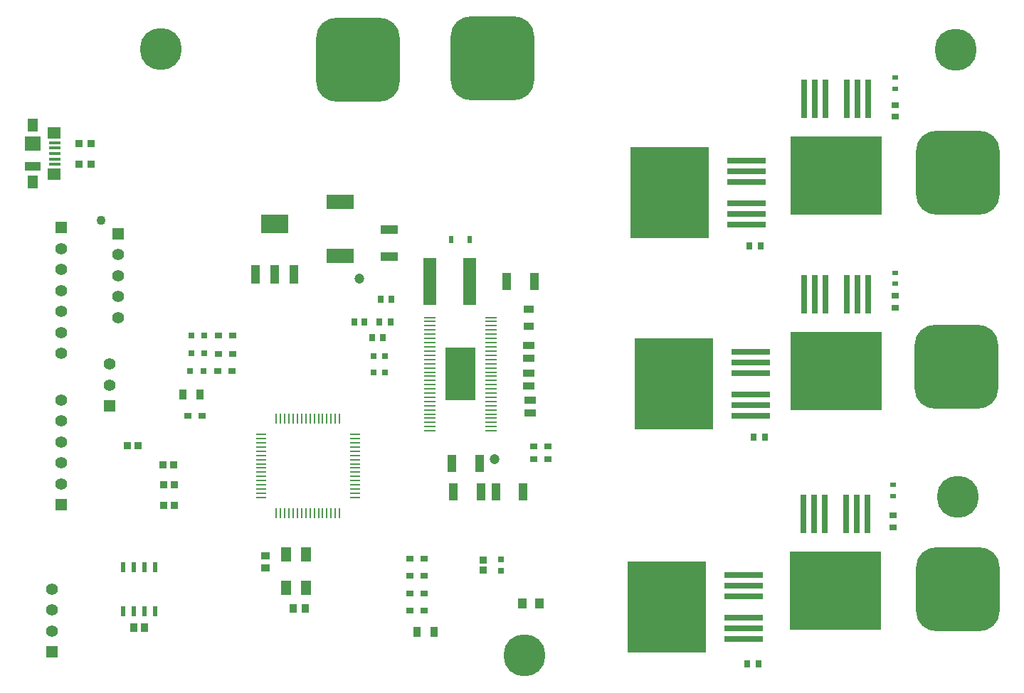
<source format=gbr>
%FSTAX23Y23*%
%MOIN*%
%SFA1B1*%

%IPPOS*%
%AMD25*
4,1,8,0.022500,0.004200,-0.022500,0.004200,-0.026700,0.000000,-0.026700,0.000000,-0.022500,-0.004200,0.022500,-0.004200,0.026700,0.000000,0.026700,0.000000,0.022500,0.004200,0.0*
1,1,0.008360,0.022500,0.000000*
1,1,0.008360,-0.022500,0.000000*
1,1,0.008360,-0.022500,0.000000*
1,1,0.008360,0.022500,0.000000*
%
%AMD36*
4,1,8,-0.004200,0.019200,-0.004200,-0.019200,0.000000,-0.023400,0.000000,-0.023400,0.004200,-0.019200,0.004200,0.019200,0.000000,0.023400,0.000000,0.023400,-0.004200,0.019200,0.0*
1,1,0.008360,0.000000,0.019200*
1,1,0.008360,0.000000,-0.019200*
1,1,0.008360,0.000000,-0.019200*
1,1,0.008360,0.000000,0.019200*
%
%AMD37*
4,1,8,-0.023400,0.000000,-0.023400,0.000000,-0.019200,-0.004200,0.019200,-0.004200,0.023400,0.000000,0.023400,0.000000,0.019200,0.004200,-0.019200,0.004200,-0.023400,0.000000,0.0*
1,1,0.008360,-0.019200,0.000000*
1,1,0.008360,-0.019200,0.000000*
1,1,0.008360,0.019200,0.000000*
1,1,0.008360,0.019200,0.000000*
%
%AMD63*
4,1,8,0.008900,0.024600,-0.008900,0.024600,-0.010800,0.022700,-0.010800,-0.022700,-0.008900,-0.024600,0.008900,-0.024600,0.010800,-0.022700,0.010800,0.022700,0.008900,0.024600,0.0*
1,1,0.003900,0.008900,0.022700*
1,1,0.003900,-0.008900,0.022700*
1,1,0.003900,-0.008900,-0.022700*
1,1,0.003900,0.008900,-0.022700*
%
%AMD100*
4,1,8,0.098400,0.196800,-0.098400,0.196800,-0.196800,0.098400,-0.196800,-0.098400,-0.098400,-0.196800,0.098400,-0.196800,0.196800,-0.098400,0.196800,0.098400,0.098400,0.196800,0.0*
1,1,0.196860,0.098400,0.098400*
1,1,0.196860,-0.098400,0.098400*
1,1,0.196860,-0.098400,-0.098400*
1,1,0.196860,0.098400,-0.098400*
%
%AMD101*
4,1,8,-0.196800,0.098400,-0.196800,-0.098400,-0.098400,-0.196800,0.098400,-0.196800,0.196800,-0.098400,0.196800,0.098400,0.098400,0.196800,-0.098400,0.196800,-0.196800,0.098400,0.0*
1,1,0.196860,-0.098400,0.098400*
1,1,0.196860,-0.098400,-0.098400*
1,1,0.196860,0.098400,-0.098400*
1,1,0.196860,0.098400,0.098400*
%
%ADD20R,0.039370X0.051180*%
%ADD21R,0.425200X0.370080*%
%ADD22R,0.031500X0.181100*%
%ADD23R,0.047240X0.070870*%
%ADD24R,0.029530X0.033470*%
G04~CAMADD=25~8~0.0~0.0~533.6~83.7~41.8~0.0~15~0.0~0.0~0.0~0.0~0~0.0~0.0~0.0~0.0~0~0.0~0.0~0.0~0.0~533.6~83.7*
%ADD25D25*%
%ADD26R,0.053360X0.008370*%
%ADD27R,0.051180X0.064960*%
%ADD28R,0.074800X0.070870*%
%ADD29R,0.074800X0.039370*%
%ADD30R,0.061020X0.056100*%
%ADD31R,0.054330X0.017720*%
%ADD32R,0.025590X0.027560*%
%ADD33R,0.043310X0.080710*%
%ADD34R,0.035430X0.031500*%
%ADD35R,0.008370X0.046780*%
G04~CAMADD=36~8~0.0~0.0~467.8~83.7~41.8~0.0~15~0.0~0.0~0.0~0.0~0~0.0~0.0~0.0~0.0~0~0.0~0.0~0.0~90.0~84.0~467.0*
%ADD36D36*%
G04~CAMADD=37~8~0.0~0.0~83.7~467.8~41.8~0.0~15~0.0~0.0~0.0~0.0~0~0.0~0.0~0.0~0.0~0~0.0~0.0~0.0~90.0~468.0~84.0*
%ADD37D37*%
%ADD38R,0.031500X0.031500*%
%ADD39R,0.037650X0.047490*%
%ADD40R,0.041340X0.037400*%
%ADD41R,0.037400X0.041340*%
%ADD42R,0.027560X0.025590*%
%ADD43R,0.035680X0.033660*%
%ADD44R,0.031500X0.023620*%
%ADD45R,0.033940X0.025870*%
%ADD46R,0.025870X0.033940*%
%ADD47R,0.031500X0.035430*%
%ADD48R,0.029530X0.035430*%
%ADD49R,0.031500X0.037400*%
%ADD50R,0.062990X0.224410*%
%ADD51R,0.024800X0.032680*%
%ADD52R,0.047490X0.037650*%
%ADD53R,0.053150X0.037400*%
%ADD54R,0.033660X0.035680*%
%ADD55R,0.036810X0.037880*%
%ADD56R,0.035430X0.039370*%
%ADD57R,0.181100X0.031500*%
%ADD58R,0.370080X0.425200*%
%ADD59R,0.080710X0.043310*%
%ADD60R,0.039370X0.086610*%
%ADD61R,0.129920X0.086610*%
%ADD62R,0.125980X0.067720*%
G04~CAMADD=63~8~0.0~0.0~216.5~492.1~19.5~0.0~15~0.0~0.0~0.0~0.0~0~0.0~0.0~0.0~0.0~0~0.0~0.0~0.0~0.0~216.5~492.1*
%ADD63D63*%
%ADD73R,0.142130X0.250000*%
%ADD91R,0.055120X0.055120*%
%ADD92C,0.055120*%
%ADD93C,0.043310*%
%ADD97C,0.047240*%
%ADD99C,0.196850*%
G04~CAMADD=100~8~0.0~0.0~3937.0~3937.0~984.3~0.0~15~0.0~0.0~0.0~0.0~0~0.0~0.0~0.0~0.0~0~0.0~0.0~0.0~0.0~3937.0~3937.0*
%ADD100D100*%
G04~CAMADD=101~8~0.0~0.0~3937.0~3937.0~984.3~0.0~15~0.0~0.0~0.0~0.0~0~0.0~0.0~0.0~0.0~0~0.0~0.0~0.0~90.0~3936.0~3936.0*
%ADD101D101*%
%LNpcb_pads_top-1*%
%LPD*%
G54D20*
X04755Y0183D03*
X04834D03*
G54D21*
X06225Y03835D03*
X0622Y0189D03*
X06225Y0292D03*
G54D22*
X06175Y04195D03*
X06125D03*
X06075D03*
X06275D03*
X06325D03*
X06375D03*
X0617Y0225D03*
X0612D03*
X0607D03*
X0627D03*
X0632D03*
X0637D03*
X06175Y0328D03*
X06125D03*
X06075D03*
X06275D03*
X06325D03*
X06375D03*
G54D23*
X03742Y01901D03*
Y02058D03*
X03647D03*
Y01901D03*
G54D24*
X0414Y03255D03*
X04089D03*
G54D25*
X04607Y0317D03*
Y03151D03*
Y03131D03*
Y03111D03*
Y03092D03*
Y03072D03*
Y03052D03*
Y03032D03*
Y03013D03*
Y02993D03*
Y02973D03*
Y02954D03*
Y02934D03*
Y02914D03*
Y02895D03*
Y02875D03*
Y02855D03*
Y02836D03*
Y02816D03*
Y02796D03*
Y02777D03*
Y02757D03*
Y02737D03*
Y02717D03*
Y02698D03*
Y02678D03*
Y02658D03*
Y02639D03*
X04322D03*
Y02658D03*
Y02678D03*
Y02698D03*
Y02717D03*
Y02737D03*
Y02757D03*
Y02777D03*
Y02796D03*
Y02816D03*
Y02836D03*
Y02855D03*
Y02875D03*
Y02895D03*
Y02914D03*
Y02934D03*
Y02954D03*
Y02973D03*
Y02993D03*
Y03013D03*
Y03032D03*
Y03052D03*
Y03072D03*
Y03092D03*
Y03111D03*
Y03131D03*
Y03151D03*
G54D26*
X04322Y0317D03*
G54D27*
X02459Y04072D03*
Y03806D03*
G54D28*
X02459Y03985D03*
G54D29*
X02459Y03878D03*
G54D30*
X0256Y04037D03*
Y03841D03*
G54D31*
X02564Y0399D03*
Y03965D03*
Y03939D03*
Y03914D03*
Y03888D03*
G54D32*
X04111Y02913D03*
X04058D03*
X04111Y0299D03*
X04058D03*
G54D33*
X0468Y0334D03*
X04809D03*
X04629Y02352D03*
X04758D03*
X04425Y02485D03*
X04555D03*
X0443Y02352D03*
X04559D03*
G54D34*
X04293Y0204D03*
X04226D03*
X04293Y01877D03*
X04226D03*
X04293Y01958D03*
X04226D03*
X03326Y0292D03*
X03393D03*
X03331Y03D03*
X03398D03*
X03331Y03085D03*
X03398D03*
X04293Y01796D03*
X04226D03*
X04873Y02566D03*
X04806D03*
X04873Y02505D03*
X04806D03*
X03253Y0271D03*
X03186D03*
G54D35*
X03602Y02254D03*
G54D36*
X03622Y02254D03*
X03641D03*
X03661D03*
X03681D03*
X037D03*
X0372D03*
X0374D03*
X03759D03*
X03779D03*
X03799D03*
X03818D03*
X03838D03*
X03858D03*
X03877D03*
X03897D03*
Y02695D03*
X03877D03*
X03858D03*
X03838D03*
X03818D03*
X03799D03*
X03779D03*
X03759D03*
X0374D03*
X0372D03*
X037D03*
X03681D03*
X03661D03*
X03641D03*
X03622D03*
X03602D03*
G54D37*
X0397Y02327D03*
Y02347D03*
Y02366D03*
Y02386D03*
Y02406D03*
Y02425D03*
Y02445D03*
Y02465D03*
Y02484D03*
Y02504D03*
Y02524D03*
Y02543D03*
Y02563D03*
Y02583D03*
Y02602D03*
Y02622D03*
X03529D03*
Y02602D03*
Y02583D03*
Y02563D03*
Y02543D03*
Y02524D03*
Y02504D03*
Y02484D03*
Y02465D03*
Y02445D03*
Y02425D03*
Y02406D03*
Y02386D03*
Y02366D03*
Y02347D03*
Y02327D03*
G54D38*
X03261Y0292D03*
X03198D03*
X03205Y03002D03*
X03264D03*
X03205Y03085D03*
X03264D03*
G54D39*
X04259Y01695D03*
X0434D03*
X03245Y0281D03*
X03164D03*
G54D40*
X0355Y01996D03*
Y02053D03*
G54D41*
X03681Y01805D03*
X03738D03*
G54D42*
X04655Y02036D03*
Y01983D03*
G54D43*
X0457Y02034D03*
Y01985D03*
G54D44*
X0649Y02385D03*
Y02334D03*
X065Y03329D03*
Y0338D03*
Y04295D03*
Y04244D03*
G54D45*
X0649Y02187D03*
Y02242D03*
X065Y03217D03*
Y03272D03*
Y04112D03*
Y04167D03*
G54D46*
X05807Y01545D03*
X05862D03*
X05837Y0261D03*
X05892D03*
X05817Y03505D03*
X05872D03*
G54D47*
X04099Y03077D03*
X0405D03*
G54D48*
X04013Y0315D03*
X03966D03*
G54D49*
X04083Y0315D03*
X04136D03*
G54D50*
X04507Y0334D03*
X04322D03*
G54D51*
X04508Y03535D03*
X04421D03*
G54D52*
X04785Y0321D03*
Y03129D03*
G54D53*
X0479Y02781D03*
Y02722D03*
X04785Y0291D03*
Y0285D03*
Y03039D03*
Y0298D03*
G54D54*
X02954Y0257D03*
X02905D03*
X03075Y0229D03*
X03124D03*
X0307Y0248D03*
X03119D03*
X03075Y02385D03*
X03124D03*
G54D55*
X02676Y0389D03*
X02733D03*
X02676Y03985D03*
X02733D03*
G54D56*
X02934Y01715D03*
X02985D03*
G54D57*
X0579Y01661D03*
Y01711D03*
Y01761D03*
Y01961D03*
Y01911D03*
Y01861D03*
X05805Y03605D03*
Y03655D03*
Y03705D03*
Y03905D03*
Y03855D03*
Y03805D03*
X05825Y0271D03*
Y0276D03*
Y0281D03*
Y0301D03*
Y0296D03*
Y0291D03*
G54D58*
X05429Y01811D03*
X05445Y03755D03*
X05464Y0286D03*
G54D59*
X0413Y03584D03*
Y03455D03*
G54D60*
X03504Y03371D03*
X03595D03*
X03685D03*
G54D61*
X03595Y03608D03*
G54D62*
X039Y03711D03*
Y03458D03*
G54D63*
X02885Y01791D03*
X02935D03*
X02985D03*
X03035D03*
X02885Y01998D03*
X02935D03*
X02985D03*
X03035D03*
G54D73*
X04465Y02905D03*
G54D91*
X02595Y02291D03*
Y03592D03*
X0286Y03564D03*
X0282Y02755D03*
X0255Y01601D03*
G54D92*
X02595Y0239D03*
Y02488D03*
Y02586D03*
Y02685D03*
Y02783D03*
Y03494D03*
Y03396D03*
Y03297D03*
Y03199D03*
Y031D03*
Y03002D03*
X0286Y03465D03*
Y03367D03*
Y03268D03*
Y0317D03*
X0282Y02853D03*
Y02951D03*
X0255Y01896D03*
Y01798D03*
Y017D03*
G54D93*
X02781Y03627D03*
G54D97*
X0399Y03352D03*
X04625Y02505D03*
G54D99*
X06795Y0233D03*
X06785Y04425D03*
X04765Y01585D03*
X0306Y0443D03*
G54D100*
X03985Y0438D03*
X04615Y04385D03*
G54D101*
X06795Y0385D03*
X06787Y0294D03*
X06795Y01895D03*
M02*
</source>
